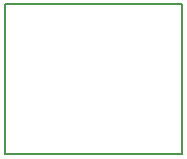
<source format=gbr>
%FSLAX35Y35*%
%MOIN*%
G04 EasyPC Gerber Version 18.0.8 Build 3632 *
%ADD11C,0.00500*%
X0Y0D02*
D02*
D11*
X250Y250D02*
X59250D01*
Y50250*
X250*
Y250*
X0Y0D02*
M02*

</source>
